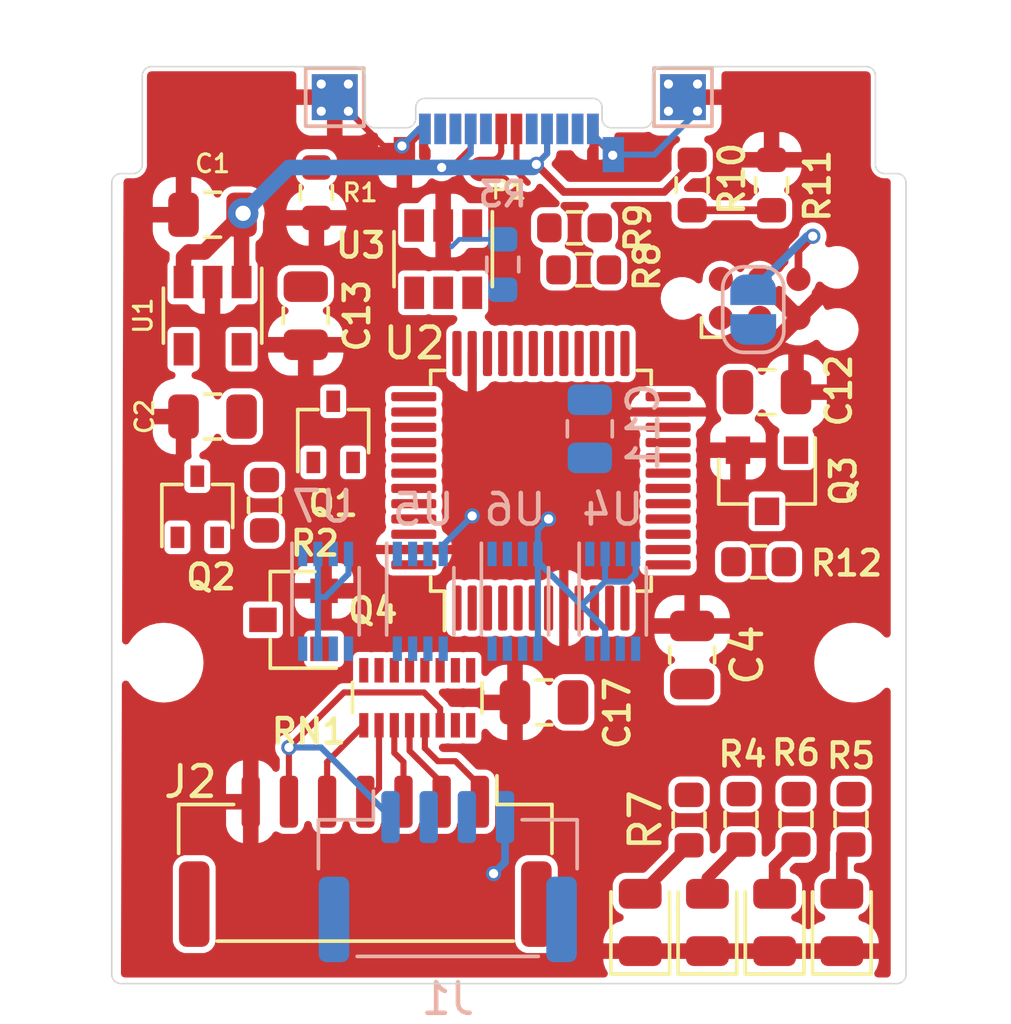
<source format=kicad_pcb>
(kicad_pcb (version 20210824) (generator pcbnew)
  (title_block (title "BMP 2.1 Expansion Card") (rev "X1") (company "Churrosoft") (comment 1 "This work is licensed under a Creative Commons Attribution 4.0 International License") (comment 4 "template by: Framework https://frame.work"))
  (layers (0 "F.Cu" signal) (1 "In1.Cu" signal) (2 "In2.Cu" signal) (31 "B.Cu" signal) (34 "B.Paste" user) (35 "F.Paste" user) (36 "B.SilkS" user "B.Silkscreen") (37 "F.SilkS" user "F.Silkscreen") (38 "B.Mask" user) (39 "F.Mask" user) (44 "Edge.Cuts" user))
  (net 0 "")
  (net 1 "GND")
  (net 2 "+3V3")
  (net 3 "VBUS")
  (net 4 "Net-(P1-PadA5)")
  (net 5 "Net-(LED1-Pad2)")
  (net 6 "Net-(LED2-Pad2)")
  (net 7 "Net-(LED3-Pad2)")
  (net 8 "Net-(LED4-Pad2)")
  (net 9 "/USB_DP")
  (net 10 "/USB_DN")
  (net 12 "Net-(RN1-Pad8)")
  (net 13 "Net-(Q1-Pad2)")
  (net 14 "Net-(RN1-Pad7)")
  (net 15 "/PWR_BR")
  (net 16 "/LED2")
  (net 17 "/LED3")
  (net 18 "/LED4")
  (net 19 "/xTXD")
  (net 20 "/xRXD")
  (net 21 "/xTPWR")
  (net 22 "/xRST")
  (net 23 "/xTDI")
  (net 24 "/xTDO")
  (net 25 "/xTCK")
  (net 26 "/xTMS")
  (net 50 "/USBX1+")
  (net 53 "Net-(U2-Pad29)")
  (net 54 "/USBX1-")
  (net 63 "/TPWR")
  (net 64 "+5V")
  (net 65 "/USB-")
  (net 66 "/USB+")
  (net 67 "Net-(U2-Pad7)")
  (net 68 "/_VBUS")
  (net 69 "/iTXD")
  (net 70 "/iTCK")
  (net 71 "/iTDI")
  (net 72 "/iTDO")
  (net 73 "/iRXD")
  (net 74 "/iTMS")
  (net 75 "/iTMS_DIR")
  (net 76 "Net-(RN1-Pad5)")
  (net 77 "Net-(RN1-Pad4)")
  (net 78 "Net-(RN1-Pad3)")
  (net 79 "Net-(RN1-Pad2)")
  (net 80 "Net-(RN1-Pad1)")
  (net 81 "/SYS_SWO")
  (net 82 "/SYS_SWCLK")
  (net 83 "/NRST")
  (net 84 "/SYS_SWDIO")
  (net 85 "/iRST")
  (net 86 "Net-(Q3-Pad3)")
  (net 87 "/iRST_SENSE")
  (footprint "Package_TO_SOT_SMD:SOT-23-5" (layer "F.Cu") (at 130.3 135.148 -90)
    (fp_text reference "U1" (at 0 2.275 -90) (layer "F.SilkS") (effects (font (size 0.5842 0.5842) (thickness 0.1016))))
    (fp_text value "AP2112K-3.3")
    (pad "1" smd rect locked (at -1.1 -0.95 270) (size 1.06 0.65) (layers "F.Cu" "F.Paste" "F.Mask") (net 3 "VBUS"))
    (pad "2" smd rect locked (at -1.1 0 270) (size 1.06 0.65) (layers "F.Cu" "F.Paste" "F.Mask") (net 1 "GND"))
    (pad "3" smd rect locked (at -1.1 0.95 270) (size 1.06 0.65) (layers "F.Cu" "F.Paste" "F.Mask") (net 3 "VBUS"))
    (pad "4" smd rect locked (at 1.1 0.95 270) (size 1.06 0.65) (layers "F.Cu" "F.Paste" "F.Mask"))
    (pad "5" smd rect locked (at 1.1 -0.95 270) (size 1.06 0.65) (layers "F.Cu" "F.Paste" "F.Mask") (net 2 "+3V3"))
  )
  (footprint "Capacitor_SMD:C_0805_2012Metric" (layer "F.Cu") (at 130.3 131.846 180)
    (fp_text reference "C1" (at 0 1.671) (layer "F.SilkS") (effects (font (size 0.5842 0.5842) (thickness 0.1016))))
    (fp_text value "10uF")
    (pad "1" smd roundrect locked (at -0.95 0 180) (size 1 1.45) (layers "F.Cu" "F.Paste" "F.Mask") (net 3 "VBUS"))
    (pad "2" smd roundrect locked (at 0.95 0 180) (size 1 1.45) (layers "F.Cu" "F.Paste" "F.Mask") (net 1 "GND"))
  )
  (footprint "Resistor_SMD:R_0603_1608Metric" (layer "F.Cu") (at 133.7 131.125 -90)
    (fp_text reference "R1" (at 0 -1.43 180) (layer "F.SilkS") (effects (font (size 0.5842 0.5842) (thickness 0.1016))))
    (fp_text value "5.1k")
    (pad "1" smd roundrect locked (at -0.825 0 270) (size 0.8 0.95) (layers "F.Cu" "F.Paste" "F.Mask") (net 4 "Net-(P1-PadA5)"))
    (pad "2" smd roundrect locked (at 0.825 0 270) (size 0.8 0.95) (layers "F.Cu" "F.Paste" "F.Mask") (net 1 "GND"))
  )
  (footprint "Expansion_Card:USB_C_Plug_Molex_105444" (layer "F.Cu") (at 140 129)
    (fp_text reference "P1" (at 0 2.04) (layer "F.SilkS") (effects (font (size 0.5842 0.5842) (thickness 0.1016))))
    (fp_text value "USB_C_Plug_USB2.0")
    (fp_line (start -3.35 0) (end -4.3 0) (layer "Edge.Cuts") (width 0.05))
    (fp_line (start 3.35 0) (end 4.3 0) (layer "Edge.Cuts") (width 0.05))
    (fp_line (start -2.75 -0.96) (end 2.75 -0.96) (layer "Edge.Cuts") (width 0.05))
    (fp_line (start -3.05 -0.66) (end -3.05 -0.3) (layer "Edge.Cuts") (width 0.05))
    (fp_line (start 3.05 -0.66) (end 3.05 -0.3) (layer "Edge.Cuts") (width 0.05))
    (fp_arc (start 2.75 -0.66) (end 2.75 -0.96) (angle 90) (layer "Edge.Cuts") (width 0.05))
    (fp_arc (start -3.35 -0.3) (end -3.05 -0.3) (angle 90) (layer "Edge.Cuts") (width 0.05))
    (fp_arc (start 3.35 -0.3) (end 3.35 0) (angle 90) (layer "Edge.Cuts") (width 0.05))
    (fp_arc (start -2.75 -0.66) (end -3.05 -0.66) (angle 90) (layer "Edge.Cuts") (width 0.05))
    (pad "A1" smd rect locked (at -2.75 0.04) (size 0.38 1) (layers "F.Cu" "F.Paste" "F.Mask") (net 1 "GND"))
    (pad "A2" smd rect locked (at -2.25 0.04) (size 0.38 1) (layers "F.Cu" "F.Paste" "F.Mask"))
    (pad "A3" smd rect locked (at -1.75 0.04) (size 0.38 1) (layers "F.Cu" "F.Paste" "F.Mask"))
    (pad "A4" smd rect locked (at -1.25 0.04) (size 0.38 1) (layers "F.Cu" "F.Paste" "F.Mask") (net 3 "VBUS"))
    (pad "A5" smd rect locked (at -0.75 0.04) (size 0.38 1) (layers "F.Cu" "F.Paste" "F.Mask") (net 4 "Net-(P1-PadA5)"))
    (pad "A6" smd rect locked (at -0.25 0.04) (size 0.38 1) (layers "F.Cu" "F.Paste" "F.Mask") (net 9 "/USB_DP"))
    (pad "A7" smd rect locked (at 0.25 0.04) (size 0.38 1) (layers "F.Cu" "F.Paste" "F.Mask") (net 10 "/USB_DN"))
    (pad "A8" smd rect locked (at 0.75 0.04) (size 0.38 1) (layers "F.Cu" "F.Paste" "F.Mask"))
    (pad "A9" smd rect locked (at 1.25 0.04) (size 0.38 1) (layers "F.Cu" "F.Paste" "F.Mask") (net 3 "VBUS"))
    (pad "A10" smd rect locked (at 1.75 0.04) (size 0.38 1) (layers "F.Cu" "F.Paste" "F.Mask"))
    (pad "A11" smd rect locked (at 2.25 0.04) (size 0.38 1) (layers "F.Cu" "F.Paste" "F.Mask"))
    (pad "A12" smd rect locked (at 2.75 0.04) (size 0.38 1) (layers "F.Cu" "F.Paste" "F.Mask") (net 1 "GND"))
    (pad "B1" smd rect locked (at 2.75 0.04) (size 0.38 1) (layers "B.Cu" "B.Paste" "B.Mask") (net 1 "GND"))
    (pad "B2" smd rect locked (at 2.25 0.04) (size 0.38 1) (layers "B.Cu" "B.Paste" "B.Mask"))
    (pad "B3" smd rect locked (at 1.75 0.04) (size 0.38 1) (layers "B.Cu" "B.Paste" "B.Mask"))
    (pad "B4" smd rect locked (at 1.25 0.04) (size 0.38 1) (layers "B.Cu" "B.Paste" "B.Mask") (net 3 "VBUS"))
    (pad "B5" smd rect locked (at 0.75 0.04) (size 0.38 1) (layers "B.Cu" "B.Paste" "B.Mask"))
    (pad "B8" smd rect locked (at -0.75 0.04) (size 0.38 1) (layers "B.Cu" "B.Paste" "B.Mask"))
    (pad "B9" smd rect locked (at -1.25 0.04) (size 0.38 1) (layers "B.Cu" "B.Paste" "B.Mask") (net 3 "VBUS"))
    (pad "B10" smd rect locked (at -1.75 0.04) (size 0.38 1) (layers "B.Cu" "B.Paste" "B.Mask"))
    (pad "B11" smd rect locked (at -2.25 0.04) (size 0.38 1) (layers "B.Cu" "B.Paste" "B.Mask"))
    (pad "B12" smd rect locked (at -2.75 0.04) (size 0.38 1) (layers "B.Cu" "B.Paste" "B.Mask") (net 1 "GND"))
    (pad "S1" smd rect locked (at -3.42 0.88) (size 0.7 1.15) (layers "F.Cu" "F.Paste" "F.Mask") (net 1 "GND"))
    (pad "S1" smd rect locked (at 3.42 0.88) (size 0.7 1.15) (layers "B.Cu" "B.Paste" "B.Mask") (net 1 "GND"))
  )
  (footprint "Capacitor_SMD:C_0805_2012Metric" (layer "F.Cu") (at 130.3 138.45 180)
    (fp_text reference "C2" (at 2.225 0 90) (layer "F.SilkS") (effects (font (size 0.5842 0.5842) (thickness 0.1016))))
    (fp_text value "10uF")
    (pad "1" smd roundrect locked (at -0.95 0 180) (size 1 1.45) (layers "F.Cu" "F.Paste" "F.Mask") (net 2 "+3V3"))
    (pad "2" smd roundrect locked (at 0.95 0 180) (size 1 1.45) (layers "F.Cu" "F.Paste" "F.Mask") (net 1 "GND"))
  )
  (footprint "MountingHole:MountingHole_2.2mm_M2" (layer "F.Cu") (at 128.7 146.5)
    (fp_text reference "H1" hide)
    (fp_text value "MountingHole")
    (pad "" np_thru_hole circle locked (at 0 0) (size 2.2 2.2) (drill 2.2) (layers *.Cu *.Mask))
  )
  (footprint "MountingHole:MountingHole_2.2mm_M2" (layer "F.Cu") (at 151.3 146.5)
    (fp_text reference "H2" hide)
    (fp_text value "MountingHole")
    (pad "" np_thru_hole circle locked (at 0 0) (size 2.2 2.2) (drill 2.2) (layers *.Cu *.Mask))
  )
  (footprint "TestPoint:TestPoint_Pad_1.5x1.5mm" (layer "F.Cu") (at 134.3 128)
    (fp_text reference "TP1" hide)
    (fp_text value "TestPoint")
    (pad "1" smd rect locked (at 0 0) (size 1.5 1.5) (layers "F.Cu" "F.Mask") (net 1 "GND"))
  )
  (footprint "TestPoint:TestPoint_Pad_1.5x1.5mm" (layer "F.Cu") (at 145.7 128)
    (fp_text reference "TP3" hide)
    (fp_text value "TestPoint")
    (pad "1" smd rect locked (at 0 0) (size 1.5 1.5) (layers "F.Cu" "F.Mask") (net 1 "GND"))
  )
  (footprint "Resistor_SMD:R_0603_1608Metric" (layer "F.Cu") (at 147.6 151.625 90)
    (fp_text reference "R4" (at 2.125 0.05 180) (layer "F.SilkS") (effects (font (size 0.8 0.8))))
    (fp_text value "4.7k")
    (pad "1" smd roundrect locked (at -0.825 0 90) (size 0.8 0.95) (layers "F.Cu" "F.Paste" "F.Mask") (net 5 "Net-(LED1-Pad2)"))
    (pad "2" smd roundrect locked (at 0.825 0 90) (size 0.8 0.95) (layers "F.Cu" "F.Paste" "F.Mask") (net 2 "+3V3"))
  )
  (footprint "Resistor_SMD:R_0603_1608Metric" (layer "F.Cu") (at 142.15 132.275)
    (fp_text reference "R9" (at 2.075 0 90) (layer "F.SilkS") (effects (font (size 0.8 0.8))))
    (fp_text value "22R")
    (pad "1" smd roundrect locked (at -0.825 0) (size 0.8 0.95) (layers "F.Cu" "F.Paste" "F.Mask") (net 50 "/USBX1+"))
    (pad "2" smd roundrect locked (at 0.825 0) (size 0.8 0.95) (layers "F.Cu" "F.Paste" "F.Mask") (net 66 "/USB+"))
  )
  (footprint "Capacitor_SMD:C_0805_2012Metric" (layer "F.Cu") (at 133.35 135.15 -90)
    (fp_text reference "C13" (at 0 -1.68 90) (layer "F.SilkS") (effects (font (size 0.8 0.8))))
    (fp_text value "100nF")
    (pad "1" smd roundrect locked (at -0.95 0 270) (size 1 1.45) (layers "F.Cu" "F.Paste" "F.Mask") (net 2 "+3V3"))
    (pad "2" smd roundrect locked (at 0.95 0 270) (size 1 1.45) (layers "F.Cu" "F.Paste" "F.Mask") (net 1 "GND"))
  )
  (footprint "Resistor_SMD:R_0603_1608Metric" (layer "F.Cu") (at 148.6 130.875 90)
    (fp_text reference "R11" (at -0.025 1.5 270) (layer "F.SilkS") (effects (font (size 0.8 0.8))))
    (fp_text value "10k 1% 1/10W")
    (pad "1" smd roundrect locked (at -0.825 0 90) (size 0.8 0.95) (layers "F.Cu" "F.Paste" "F.Mask") (net 68 "/_VBUS"))
    (pad "2" smd roundrect locked (at 0.825 0 90) (size 0.8 0.95) (layers "F.Cu" "F.Paste" "F.Mask") (net 1 "GND"))
  )
  (footprint "Package_TO_SOT_SMD:SOT-23" (layer "F.Cu") (at 132.95 145.1 180)
    (fp_text reference "Q4" (at -2.6 0.3) (layer "F.SilkS") (effects (font (size 0.8 0.8))))
    (fp_text value "BSS123")
    (pad "1" smd rect locked (at -1 -0.95 180) (size 0.9 0.8) (layers "F.Cu" "F.Paste" "F.Mask") (net 22 "/xRST"))
    (pad "2" smd rect locked (at -1 0.95 180) (size 0.9 0.8) (layers "F.Cu" "F.Paste" "F.Mask") (net 1 "GND"))
    (pad "3" smd rect locked (at 1 0 180) (size 0.9 0.8) (layers "F.Cu" "F.Paste" "F.Mask") (net 87 "/iRST_SENSE"))
  )
  (footprint "Connector:Tag-Connect_TC2030-IDC-NL_2x03_P1.27mm_Vertical" (layer "F.Cu") (at 148.21 134.584)
    (fp_text reference "J3" hide)
    (fp_text value "Tag connect")
    (pad "" np_thru_hole circle locked (at -2.54 0) (size 0.9906 0.9906) (drill 0.9906) (layers *.Cu *.Mask))
    (pad "" np_thru_hole circle locked (at 2.54 1.016) (size 0.9906 0.9906) (drill 0.9906) (layers *.Cu *.Mask))
    (pad "" np_thru_hole circle locked (at 2.54 -1.016) (size 0.9906 0.9906) (drill 0.9906) (layers *.Cu *.Mask))
    (pad "1" connect circle locked (at -1.27 0.635) (size 0.7874 0.7874) (layers "F.Cu" "F.Mask") (net 2 "+3V3"))
    (pad "2" connect circle locked (at -1.27 -0.635) (size 0.7874 0.7874) (layers "F.Cu" "F.Mask") (net 84 "/SYS_SWDIO"))
    (pad "3" connect circle locked (at 0 0.635) (size 0.7874 0.7874) (layers "F.Cu" "F.Mask") (net 83 "/NRST"))
    (pad "4" connect circle locked (at 0 -0.635) (size 0.7874 0.7874) (layers "F.Cu" "F.Mask") (net 82 "/SYS_SWCLK"))
    (pad "5" connect circle locked (at 1.27 0.635) (size 0.7874 0.7874) (layers "F.Cu" "F.Mask") (net 1 "GND"))
    (pad "6" connect circle locked (at 1.27 -0.635) (size 0.7874 0.7874) (layers "F.Cu" "F.Mask") (net 81 "/SYS_SWO"))
  )
  (footprint "Resistor_SMD:R_0603_1608Metric" (layer "F.Cu") (at 142.45 133.65)
    (fp_text reference "R8" (at 2.075 -0.1 90) (layer "F.SilkS") (effects (font (size 0.8 0.8))))
    (fp_text value "22R")
    (pad "1" smd roundrect locked (at -0.825 0) (size 0.8 0.95) (layers "F.Cu" "F.Paste" "F.Mask") (net 54 "/USBX1-"))
    (pad "2" smd roundrect locked (at 0.825 0) (size 0.8 0.95) (layers "F.Cu" "F.Paste" "F.Mask") (net 65 "/USB-"))
  )
  (footprint "Connector_JST:JST_GH_BM07B-GHS-TBT_1x07-1MP_P1.25mm_Vertical" (layer "F.Cu") (at 135.3 153 180)
    (fp_text reference "J2" (at 5.725 2.6 180) (layer "F.SilkS"))
    (fp_text value "Conn_02x05_Counter_Clockwise")
    (pad "1" smd roundrect locked (at -3.75 1.95 180) (size 0.6 1.7) (layers "F.Cu" "F.Paste" "F.Mask") (net 76 "Net-(RN1-Pad5)"))
    (pad "2" smd roundrect locked (at -2.5 1.95 180) (size 0.6 1.7) (layers "F.Cu" "F.Paste" "F.Mask") (net 77 "Net-(RN1-Pad4)"))
    (pad "3" smd roundrect locked (at -1.25 1.95 180) (size 0.6 1.7) (layers "F.Cu" "F.Paste" "F.Mask") (net 78 "Net-(RN1-Pad3)"))
    (pad "4" smd roundrect locked (at 0 1.95 180) (size 0.6 1.7) (layers "F.Cu" "F.Paste" "F.Mask") (net 79 "Net-(RN1-Pad2)"))
    (pad "5" smd roundrect locked (at 1.25 1.95 180) (size 0.6 1.7) (layers "F.Cu" "F.Paste" "F.Mask") (net 80 "Net-(RN1-Pad1)"))
    (pad "6" smd roundrect locked (at 2.5 1.95 180) (size 0.6 1.7) (layers "F.Cu" "F.Paste" "F.Mask") (net 63 "/TPWR"))
    (pad "7" smd roundrect locked (at 3.75 1.95 180) (size 0.6 1.7) (layers "F.Cu" "F.Paste" "F.Mask") (net 1 "GND"))
    (pad "MP" smd roundrect locked (at -5.6 -1.4 180) (size 1 2.8) (layers "F.Cu" "F.Paste" "F.Mask"))
    (pad "MP" smd roundrect locked (at 5.6 -1.4 180) (size 1 2.8) (layers "F.Cu" "F.Paste" "F.Mask"))
  )
  (footprint "Resistor_SMD:R_0603_1608Metric" (layer "F.Cu") (at 146 130.875 -90)
    (fp_text reference "R10" (at -0.2 -1.3 90) (layer "F.SilkS") (effects (font (size 0.8 0.8))))
    (fp_text value "4.7k 1% 1/10W")
    (pad "1" smd roundrect locked (at -0.825 0 270) (size 0.8 0.95) (layers "F.Cu" "F.Paste" "F.Mask") (net 3 "VBUS"))
    (pad "2" smd roundrect locked (at 0.825 0 270) (size 0.8 0.95) (layers "F.Cu" "F.Paste" "F.Mask") (net 68 "/_VBUS"))
  )
  (footprint "LED_SMD:LED_0805_2012Metric" (layer "F.Cu") (at 146.5 155 90)
    (fp_text reference "LED1" hide)
    (fp_text value "GREEN")
    (pad "1" smd roundrect locked (at -0.9375 0 90) (size 0.975 1.4) (layers "F.Cu" "F.Paste" "F.Mask") (net 1 "GND"))
    (pad "2" smd roundrect locked (at 0.9375 0 90) (size 0.975 1.4) (layers "F.Cu" "F.Paste" "F.Mask") (net 5 "Net-(LED1-Pad2)"))
  )
  (footprint "Resistor_SMD:R_Array_Convex_8x0602" (layer "F.Cu") (at 137 147.65 90)
    (fp_text reference "RN1" (at -1.1 -3.55) (layer "F.SilkS") (effects (font (size 0.8 0.8))))
    (fp_text value "R_Pack08")
    (pad "1" smd rect locked (at -0.9 -1.75 90) (size 0.8 0.3) (layers "F.Cu" "F.Paste" "F.Mask") (net 80 "Net-(RN1-Pad1)"))
    (pad "2" smd rect locked (at -0.9 -1.25 90) (size 0.8 0.3) (layers "F.Cu" "F.Paste" "F.Mask") (net 79 "Net-(RN1-Pad2)"))
    (pad "3" smd rect locked (at -0.9 -0.75 90) (size 0.8 0.3) (layers "F.Cu" "F.Paste" "F.Mask") (net 78 "Net-(RN1-Pad3)"))
    (pad "4" smd rect locked (at -0.9 -0.25 90) (size 0.8 0.3) (layers "F.Cu" "F.Paste" "F.Mask") (net 77 "Net-(RN1-Pad4)"))
    (pad "5" smd rect locked (at -0.9 0.25 90) (size 0.8 0.3) (layers "F.Cu" "F.Paste" "F.Mask") (net 76 "Net-(RN1-Pad5)"))
    (pad "6" smd rect locked (at -0.9 0.75 90) (size 0.8 0.3) (layers "F.Cu" "F.Paste" "F.Mask") (net 63 "/TPWR"))
    (pad "7" smd rect locked (at -0.9 1.25 90) (size 0.8 0.3) (layers "F.Cu" "F.Paste" "F.Mask") (net 14 "Net-(RN1-Pad7)"))
    (pad "8" smd rect locked (at -0.9 1.75 90) (size 0.8 0.3) (layers "F.Cu" "F.Paste" "F.Mask") (net 12 "Net-(RN1-Pad8)"))
    (pad "9" smd rect locked (at 0.9 1.75 90) (size 0.8 0.3) (layers "F.Cu" "F.Paste" "F.Mask") (net 19 "/xTXD"))
    (pad "10" smd rect locked (at 0.9 1.25 90) (size 0.8 0.3) (layers "F.Cu" "F.Paste" "F.Mask") (net 20 "/xRXD"))
    (pad "11" smd rect locked (at 0.9 0.75 90) (size 0.8 0.3) (layers "F.Cu" "F.Paste" "F.Mask") (net 21 "/xTPWR"))
    (pad "12" smd rect locked (at 0.9 0.25 90) (size 0.8 0.3) (layers "F.Cu" "F.Paste" "F.Mask") (net 22 "/xRST"))
    (pad "13" smd rect locked (at 0.9 -0.25 90) (size 0.8 0.3) (layers "F.Cu" "F.Paste" "F.Mask") (net 23 "/xTDI"))
    (pad "14" smd rect locked (at 0.9 -0.75 90) (size 0.8 0.3) (layers "F.Cu" "F.Paste" "F.Mask") (net 24 "/xTDO"))
    (pad "15" smd rect locked (at 0.9 -1.25 90) (size 0.8 0.3) (layers "F.Cu" "F.Paste" "F.Mask") (net 25 "/xTCK"))
    (pad "16" smd rect locked (at 0.9 -1.75 90) (size 0.8 0.3) (layers "F.Cu" "F.Paste" "F.Mask") (net 26 "/xTMS"))
  )
  (footprint "Resistor_SMD:R_0603_1608Metric" (layer "F.Cu") (at 132 141.35 -90)
    (fp_text reference "R2" (at 1.25 -1.65 180) (layer "F.SilkS") (effects (font (size 0.8 0.8))))
    (fp_text value "10k 1% 1/10W")
    (pad "1" smd roundrect locked (at -0.825 0 270) (size 0.8 0.95) (layers "F.Cu" "F.Paste" "F.Mask") (net 13 "Net-(Q1-Pad2)"))
    (pad "2" smd roundrect locked (at 0.825 0 270) (size 0.8 0.95) (layers "F.Cu" "F.Paste" "F.Mask") (net 15 "/PWR_BR"))
  )
  (footprint "Resistor_SMD:R_0603_1608Metric" (layer "F.Cu") (at 151.2 151.625 90)
    (fp_text reference "R5" (at 2.075 0 180) (layer "F.SilkS") (effects (font (size 0.8 0.8))))
    (fp_text value "4.7k")
    (pad "1" smd roundrect locked (at -0.825 0 90) (size 0.8 0.95) (layers "F.Cu" "F.Paste" "F.Mask") (net 6 "Net-(LED2-Pad2)"))
    (pad "2" smd roundrect locked (at 0.825 0 90) (size 0.8 0.95) (layers "F.Cu" "F.Paste" "F.Mask") (net 16 "/LED2"))
  )
  (footprint "Package_TO_SOT_SMD:SOT-23-6" (layer "F.Cu") (at 137.85 133.3 -90)
    (fp_text reference "U3" (at -0.45 2.7) (layer "F.SilkS") (effects (font (size 0.8 0.8))))
    (fp_text value "USBLC6-2SC6")
    (pad "1" smd rect locked (at -1.1 -0.95 270) (size 1.06 0.65) (layers "F.Cu" "F.Paste" "F.Mask") (net 10 "/USB_DN"))
    (pad "2" smd rect locked (at -1.1 0 270) (size 1.06 0.65) (layers "F.Cu" "F.Paste" "F.Mask") (net 1 "GND"))
    (pad "3" smd rect locked (at -1.1 0.95 270) (size 1.06 0.65) (layers "F.Cu" "F.Paste" "F.Mask") (net 9 "/USB_DP"))
    (pad "4" smd rect locked (at 1.1 0.95 270) (size 1.06 0.65) (layers "F.Cu" "F.Paste" "F.Mask") (net 50 "/USBX1+"))
    (pad "5" smd rect locked (at 1.1 0 270) (size 1.06 0.65) (layers "F.Cu" "F.Paste" "F.Mask") (net 64 "+5V"))
    (pad "6" smd rect locked (at 1.1 -0.95 270) (size 1.06 0.65) (layers "F.Cu" "F.Paste" "F.Mask") (net 54 "/USBX1-"))
  )
  (footprint "Package_QFP:LQFP-48_7x7mm_P0.5mm" (layer "F.Cu") (at 141.05 140.55 90)
    (fp_text reference "U2" (at 4.5 -4.15 180) (layer "F.SilkS"))
    (fp_text value "STM32F103C8Tx")
    (pad "1" smd roundrect locked (at -4.1625 -2.75 90) (size 1.475 0.3) (layers "F.Cu" "F.Paste" "F.Mask") (net 2 "+3V3"))
    (pad "2" smd roundrect locked (at -4.1625 -2.25 90) (size 1.475 0.3) (layers "F.Cu" "F.Paste" "F.Mask"))
    (pad "3" smd roundrect locked (at -4.1625 -1.75 90) (size 1.475 0.3) (layers "F.Cu" "F.Paste" "F.Mask"))
    (pad "4" smd roundrect locked (at -4.1625 -1.25 90) (size 1.475 0.3) (layers "F.Cu" "F.Paste" "F.Mask"))
    (pad "5" smd roundrect locked (at -4.1625 -0.75 90) (size 1.475 0.3) (layers "F.Cu" "F.Paste" "F.Mask"))
    (pad "6" smd roundrect locked (at -4.1625 -0.25 90) (size 1.475 0.3) (layers "F.Cu" "F.Paste" "F.Mask"))
    (pad "7" smd roundrect locked (at -4.1625 0.25 90) (size 1.475 0.3) (layers "F.Cu" "F.Paste" "F.Mask") (net 67 "Net-(U2-Pad7)"))
    (pad "8" smd roundrect locked (at -4.1625 0.75 90) (size 1.475 0.3) (layers "F.Cu" "F.Paste" "F.Mask") (net 1 "GND"))
    (pad "9" smd roundrect locked (at -4.1625 1.25 90) (size 1.475 0.3) (layers "F.Cu" "F.Paste" "F.Mask") (net 2 "+3V3"))
    (pad "10" smd roundrect locked (at -4.1625 1.75 90) (size 1.475 0.3) (layers "F.Cu" "F.Paste" "F.Mask"))
    (pad "11" smd roundrect locked (at -4.1625 2.25 90) (size 1.475 0.3) (layers "F.Cu" "F.Paste" "F.Mask"))
    (pad "12" smd roundrect locked (at -4.1625 2.75 90) (size 1.475 0.3) (layers "F.Cu" "F.Paste" "F.Mask"))
    (pad "13" smd roundrect locked (at -2.75 4.1625 90) (size 0.3 1.475) (layers "F.Cu" "F.Paste" "F.Mask"))
    (pad "14" smd roundrect locked (at -2.25 4.1625 90) (size 0.3 1.475) (layers "F.Cu" "F.Paste" "F.Mask"))
    (pad "15" smd roundrect locked (at -1.75 4.1625 90) (size 0.3 1.475) (layers "F.Cu" "F.Paste" "F.Mask"))
    (pad "16" smd roundrect locked (at -1.25 4.1625 90) (size 0.3 1.475) (layers "F.Cu" "F.Paste" "F.Mask"))
    (pad "17" smd roundrect locked (at -0.75 4.1625 90) (size 0.3 1.475) (layers "F.Cu" "F.Paste" "F.Mask"))
    (pad "18" smd roundrect locked (at -0.25 4.1625 90) (size 0.3 1.475) (layers "F.Cu" "F.Paste" "F.Mask"))
    (pad "19" smd roundrect locked (at 0.25 4.1625 90) (size 0.3 1.475) (layers "F.Cu" "F.Paste" "F.Mask"))
    (pad "20" smd roundrect locked (at 0.75 4.1625 90) (size 0.3 1.475) (layers "F.Cu" "F.Paste" "F.Mask"))
    (pad "21" smd roundrect locked (at 1.25 4.1625 90) (size 0.3 1.475) (layers "F.Cu" "F.Paste" "F.Mask"))
    (pad "22" smd roundrect locked (at 1.75 4.1625 90) (size 0.3 1.475) (layers "F.Cu" "F.Paste" "F.Mask"))
    (pad "23" smd roundrect locked (at 2.25 4.1625 90) (size 0.3 1.475) (layers "F.Cu" "F.Paste" "F.Mask") (net 1 "GND"))
    (pad "24" smd roundrect locked (at 2.75 4.1625 90) (size 0.3 1.475) (layers "F.Cu" "F.Paste" "F.Mask") (net 2 "+3V3"))
    (pad "25" smd roundrect locked (at 4.1625 2.75 90) (size 1.475 0.3) (layers "F.Cu" "F.Paste" "F.Mask"))
    (pad "26" smd roundrect locked (at 4.1625 2.25 90) (size 1.475 0.3) (layers "F.Cu" "F.Paste" "F.Mask"))
    (pad "27" smd roundrect locked (at 4.1625 1.75 90) (size 1.475 0.3) (layers "F.Cu" "F.Paste" "F.Mask"))
    (pad "28" smd roundrect locked (at 4.1625 1.25 90) (size 1.475 0.3) (layers "F.Cu" "F.Paste" "F.Mask"))
    (pad "29" smd roundrect locked (at 4.1625 0.75 90) (size 1.475 0.3) (layers "F.Cu" "F.Paste" "F.Mask") (net 53 "Net-(U2-Pad29)"))
    (pad "30" smd roundrect locked (at 4.1625 0.25 90) (size 1.475 0.3) (layers "F.Cu" "F.Paste" "F.Mask"))
    (pad "31" smd roundrect locked (at 4.1625 -0.25 90) (size 1.475 0.3) (layers "F.Cu" "F.Paste" "F.Mask"))
    (pad "32" smd roundrect locked (at 4.1625 -0.75 90) (size 1.475 0.3) (layers "F.Cu" "F.Paste" "F.Mask") (net 65 "/USB-"))
    (pad "33" smd roundrect locked (at 4.1625 -1.25 90) (size 1.475 0.3) (layers "F.Cu" "F.Paste" "F.Mask") (net 66 "/USB+"))
    (pad "34" smd roundrect locked (at 4.1625 -1.75 90) (size 1.475 0.3) (layers "F.Cu" "F.Paste" "F.Mask") (net 84 "/SYS_SWDIO"))
    (pad "35" smd roundrect locked (at 4.1625 -2.25 90) (size 1.475 0.3) (layers "F.Cu" "F.Paste" "F.Mask") (net 1 "GND"))
    (pad "36" smd roundrect locked (at 4.1625 -2.75 90) (size 1.475 0.3) (layers "F.Cu" "F.Paste" "F.Mask") (net 2 "+3V3"))
    (pad "37" smd roundrect locked (at 2.75 -4.1625 90) (size 0.3 1.475) (layers "F.Cu" "F.Paste" "F.Mask") (net 82 "/SYS_SWCLK"))
    (pad "38" smd roundrect locked (at 2.25 -4.1625 90) (size 0.3 1.475) (layers "F.Cu" "F.Paste" "F.Mask"))
    (pad "39" smd roundrect locked (at 1.75 -4.1625 90) (size 0.3 1.475) (layers "F.Cu" "F.Paste" "F.Mask"))
    (pad "40" smd roundrect locked (at 1.25 -4.1625 90) (size 0.3 1.475) (layers "F.Cu" "F.Paste" "F.Mask"))
    (pad "41" smd roundrect locked (at 0.75 -4.1625 90) (size 0.3 1.475) (layers "F.Cu" "F.Paste" "F.Mask"))
    (pad "42" smd roundrect locked (at 0.25 -4.1625 90) (size 0.3 1.475) (layers "F.Cu" "F.Paste" "F.Mask"))
    (pad "43" smd roundrect locked (at -0.25 -4.1625 90) (size 0.3 1.475) (layers "F.Cu" "F.Paste" "F.Mask") (net 81 "/SYS_SWO"))
    (pad "44" smd roundrect locked (at -0.75 -4.1625 90) (size 0.3 1.475) (layers "F.Cu" "F.Paste" "F.Mask"))
    (pad "45" smd roundrect locked (at -1.25 -4.1625 90) (size 0.3 1.475) (layers "F.Cu" "F.Paste" "F.Mask"))
    (pad "46" smd roundrect locked (at -1.75 -4.1625 90) (size 0.3 1.475) (layers "F.Cu" "F.Paste" "F.Mask"))
    (pad "47" smd roundrect locked (at -2.25 -4.1625 90) (size 0.3 1.475) (layers "F.Cu" "F.Paste" "F.Mask") (net 1 "GND"))
    (pad "48" smd roundrect locked (at -2.75 -4.1625 90) (size 0.3 1.475) (layers "F.Cu" "F.Paste" "F.Mask") (net 2 "+3V3"))
  )
  (footprint "Resistor_SMD:R_0603_1608Metric" (layer "F.Cu") (at 149.4 151.625 90)
    (fp_text reference "R6" (at 2.175 0 180) (layer "F.SilkS") (effects (font (size 0.8 0.8))))
    (fp_text value "4.7k")
    (pad "1" smd roundrect locked (at -0.825 0 90) (size 0.8 0.95) (layers "F.Cu" "F.Paste" "F.Mask") (net 7 "Net-(LED3-Pad2)"))
    (pad "2" smd roundrect locked (at 0.825 0 90) (size 0.8 0.95) (layers "F.Cu" "F.Paste" "F.Mask") (net 17 "/LED3"))
  )
  (footprint "LED_SMD:LED_0805_2012Metric" (layer "F.Cu") (at 148.7 155 90)
    (fp_text reference "LED3" hide)
    (fp_text value "BLUE")
    (pad "1" smd roundrect locked (at -0.9375 0 90) (size 0.975 1.4) (layers "F.Cu" "F.Paste" "F.Mask") (net 1 "GND"))
    (pad "2" smd roundrect locked (at 0.9375 0 90) (size 0.975 1.4) (layers "F.Cu" "F.Paste" "F.Mask") (net 7 "Net-(LED3-Pad2)"))
  )
  (footprint "Capacitor_SMD:C_0805_2012Metric" (layer "F.Cu") (at 148.45 137.65)
    (fp_text reference "C12" (at 2.35 -0.05 90) (layer "F.SilkS") (effects (font (size 0.8 0.8))))
    (fp_text value "100nF")
    (pad "1" smd roundrect locked (at -0.95 0) (size 1 1.45) (layers "F.Cu" "F.Paste" "F.Mask") (net 2 "+3V3"))
    (pad "2" smd roundrect locked (at 0.95 0) (size 1 1.45) (layers "F.Cu" "F.Paste" "F.Mask") (net 1 "GND"))
  )
  (footprint "Resistor_SMD:R_0603_1608Metric" (layer "F.Cu") (at 145.9 151.65 90)
    (fp_text reference "R7" (at 0 -1.43 90) (layer "F.SilkS"))
    (fp_text value "4.7k")
    (pad "1" smd roundrect locked (at -0.825 0 90) (size 0.8 0.95) (layers "F.Cu" "F.Paste" "F.Mask") (net 8 "Net-(LED4-Pad2)"))
    (pad "2" smd roundrect locked (at 0.825 0 90) (size 0.8 0.95) (layers "F.Cu" "F.Paste" "F.Mask") (net 18 "/LED4"))
  )
  (footprint "Package_TO_SOT_SMD:SOT-23" (layer "F.Cu") (at 148.45 140.55 -90)
    (fp_text reference "Q3" (at 0 -2.5 90) (layer "F.SilkS") (effects (font (size 0.8 0.8))))
    (fp_text value "BSS123")
    (pad "1" smd rect locked (at -1 -0.95 270) (size 0.9 0.8) (layers "F.Cu" "F.Paste" "F.Mask") (net 85 "/iRST"))
    (pad "2" smd rect locked (at -1 0.95 270) (size 0.9 0.8) (layers "F.Cu" "F.Paste" "F.Mask") (net 1 "GND"))
    (pad "3" smd rect locked (at 1 0 270) (size 0.9 0.8) (layers "F.Cu" "F.Paste" "F.Mask") (net 86 "Net-(Q3-Pad3)"))
  )
  (footprint "Capacitor_SMD:C_0805_2012Metric" (layer "F.Cu") (at 146 146.25 90)
    (fp_text reference "C4" (at 0 1.8 90) (layer "F.SilkS"))
    (fp_text value "100nF")
    (pad "1" smd roundrect locked (at -0.95 0 90) (size 1 1.45) (layers "F.Cu" "F.Paste" "F.Mask") (net 21 "/xTPWR"))
    (pad "2" smd roundrect locked (at 0.95 0 90) (size 1 1.45) (layers "F.Cu" "F.Paste" "F.Mask") (net 1 "GND"))
  )
  (footprint "Capacitor_SMD:C_0805_2012Metric" (layer "F.Cu") (at 141.15 147.8)
    (fp_text reference "C17" (at 2.4 0.35 90) (layer "F.SilkS") (effects (font (size 0.8 0.8))))
    (fp_text value "100nF")
    (pad "1" smd roundrect locked (at -0.95 0) (size 1 1.45) (layers "F.Cu" "F.Paste" "F.Mask") (net 1 "GND"))
    (pad "2" smd roundrect locked (at 0.95 0) (size 1 1.45) (layers "F.Cu" "F.Paste" "F.Mask") (net 67 "Net-(U2-Pad7)"))
  )
  (footprint "Resistor_SMD:R_0603_1608Metric" (layer "F.Cu") (at 148.175 143.2 180)
    (fp_text reference "R12" (at -2.875 -0.05) (layer "F.SilkS") (effects (font (size 0.8 0.8))))
    (fp_text value "10k 1% 1/10W")
    (pad "1" smd roundrect locked (at -0.825 0 180) (size 0.8 0.95) (layers "F.Cu" "F.Paste" "F.Mask") (net 21 "/xTPWR"))
    (pad "2" smd roundrect locked (at 0.825 0 180) (size 0.8 0.95) (layers "F.Cu" "F.Paste" "F.Mask") (net 86 "Net-(Q3-Pad3)"))
  )
  (footprint "LED_SMD:LED_0805_2012Metric" (layer "F.Cu") (at 144.3 155 90)
    (fp_text reference "LED4" hide)
    (fp_text value "AMBER")
    (pad "1" smd roundrect locked (at -0.9375 0 90) (size 0.975 1.4) (layers "F.Cu" "F.Paste" "F.Mask") (net 1 "GND"))
    (pad "2" smd roundrect locked (at 0.9375 0 90) (size 0.975 1.4) (layers "F.Cu" "F.Paste" "F.Mask") (net 8 "Net-(LED4-Pad2)"))
  )
  (footprint "Package_TO_SOT_SMD:SOT-323_SC-70" (layer "F.Cu") (at 129.8 141.4 90)
    (fp_text reference "Q2" (at -2.3 0.45 180) (layer "F.SilkS") (effects (font (size 0.8 0.8))))
    (fp_text value "CJ3139KW / BSS83P")
    (pad "1" smd rect locked (at -1 -0.65) (size 0.45 0.7) (layers "F.Cu" "F.Paste" "F.Mask") (net 15 "/PWR_BR"))
    (pad "2" smd rect locked (at -1 0.65) (size 0.45 0.7) (layers "F.Cu" "F.Paste" "F.Mask") (net 63 "/TPWR"))
    (pad "3" smd rect locked (at 1 0) (size 0.45 0.7) (layers "F.Cu" "F.Paste" "F.Mask") (net 13 "Net-(Q1-Pad2)"))
  )
  (footprint "Package_TO_SOT_SMD:SOT-323_SC-70" (layer "F.Cu") (at 134.25 138.95 90)
    (fp_text reference "Q1" (at -2.35 0 180) (layer "F.SilkS") (effects (font (size 0.8 0.8))))
    (fp_text value "CJ3139KW / BSS83P")
    (pad "1" smd rect locked (at -1 -0.65) (size 0.45 0.7) (layers "F.Cu" "F.Paste" "F.Mask") (net 15 "/PWR_BR"))
    (pad "2" smd rect locked (at -1 0.65) (size 0.45 0.7) (layers "F.Cu" "F.Paste" "F.Mask") (net 13 "Net-(Q1-Pad2)"))
    (pad "3" smd rect locked (at 1 0) (size 0.45 0.7) (layers "F.Cu" "F.Paste" "F.Mask") (net 2 "+3V3"))
  )
  (footprint "LED_SMD:LED_0805_2012Metric" (layer "F.Cu") (at 150.9 155 90)
    (fp_text reference "LED2" hide)
    (fp_text value "RED")
    (pad "1" smd roundrect locked (at -0.9375 0 90) (size 0.975 1.4) (layers "F.Cu" "F.Paste" "F.Mask") (net 1 "GND"))
    (pad "2" smd roundrect locked (at 0.9375 0 90) (size 0.975 1.4) (layers "F.Cu" "F.Paste" "F.Mask") (net 6 "Net-(LED2-Pad2)"))
  )
  (footprint "TestPoint:TestPoint_Pad_1.5x1.5mm" (layer "B.Cu") (at 134.3 128)
    (fp_text reference "TP2" hide)
    (fp_text value "TestPoint")
    (pad "1" smd rect locked (at 0 0) (size 1.5 1.5) (layers "B.Cu" "B.Mask") (net 1 "GND"))
  )
  (footprint "TestPoint:TestPoint_Pad_1.5x1.5mm" (layer "B.Cu") (at 145.7 128)
    (fp_text reference "TP4" hide)
    (fp_text value "TestPoint")
    (pad "1" smd rect locked (at 0 0) (size 1.5 1.5) (layers "B.Cu" "B.Mask") (net 1 "GND"))
  )
  (footprint "Package_SO:VSSOP-8_2.3x2mm_P0.5mm" (layer "B.Cu") (at 137.1 144.493678 -90)
    (fp_text reference "U5" (at -3 -0.1 180) (layer "B.SilkS") (effects (justify mirror)))
    (fp_text value "74LVC2T45DC")
    (pad "1" smd rect locked (at -1.55 0.75) (size 0.3 0.8) (layers "B.Cu" "B.Paste" "B.Mask") (net 2 "+3V3"))
    (pad "2" smd rect locked (at -1.55 0.25) (size 0.3 0.8) (layers "B.Cu" "B.Paste" "B.Mask") (net 70 "/iTCK"))
    (pad "3" smd rect locked (at -1.55 -0.25) (size 0.3 0.8) (layers "B.Cu" "B.Paste" "B.Mask") (net 71 "/iTDI"))
    (pad "4" smd rect locked (at -1.55 -0.75) (size 0.3 0.8) (layers "B.Cu" "B.Paste" "B.Mask") (net 1 "GND"))
    (pad "5" smd rect locked (at 1.55 -0.75) (size 0.3 0.8) (layers "B.Cu" "B.Paste" "B.Mask") (net 2 "+3V3"))
    (pad "6" smd rect locked (at 1.55 -0.25) (size 0.3 0.8) (layers "B.Cu" "B.Paste" "B.Mask") (net 23 "/xTDI"))
    (pad "7" smd rect locked (at 1.55 0.25) (size 0.3 0.8) (layers "B.Cu" "B.Paste" "B.Mask") (net 25 "/xTCK"))
    (pad "8" smd rect locked (at 1.55 0.75) (size 0.3 0.8) (layers "B.Cu" "B.Paste" "B.Mask") (net 21 "/xTPWR"))
  )
  (footprint "Resistor_SMD:R_0603_1608Metric" (layer "B.Cu") (at 139.8 133.475 -90)
    (fp_text reference "R3" (at -2.3 0 180) (layer "B.SilkS") (effects (font (size 0.8 0.8)) (justify mirror)))
    (fp_text value "1.5k")
    (pad "1" smd roundrect locked (at -0.825 0 270) (size 0.8 0.95) (layers "B.Cu" "B.Paste" "B.Mask") (net 50 "/USBX1+"))
    (pad "2" smd roundrect locked (at 0.825 0 270) (size 0.8 0.95) (layers "B.Cu" "B.Paste" "B.Mask") (net 53 "Net-(U2-Pad29)"))
  )
  (footprint "Connector_JST:JST_GH_BM04B-GHS-TBT_1x04-1MP_P1.25mm_Vertical" (layer "B.Cu") (at 138 153.5)
    (fp_text reference "J1" (at 0 4) (layer "B.SilkS") (effects (justify mirror)))
    (fp_text value "Serial")
    (pad "1" smd roundrect locked (at -1.875 -1.95) (size 0.6 1.7) (layers "B.Cu" "B.Paste" "B.Mask") (net 63 "/TPWR"))
    (pad "2" smd roundrect locked (at -0.625 -1.95) (size 0.6 1.7) (layers "B.Cu" "B.Paste" "B.Mask") (net 12 "Net-(RN1-Pad8)"))
    (pad "3" smd roundrect locked (at 0.625 -1.95) (size 0.6 1.7) (layers "B.Cu" "B.Paste" "B.Mask") (net 14 "Net-(RN1-Pad7)"))
    (pad "4" smd roundrect locked (at 1.875 -1.95) (size 0.6 1.7) (layers "B.Cu" "B.Paste" "B.Mask") (net 1 "GND"))
    (pad "MP" smd roundrect locked (at -3.725 1.4) (size 1 2.8) (layers "B.Cu" "B.Paste" "B.Mask"))
    (pad "MP" smd roundrect locked (at 3.725 1.4) (size 1 2.8) (layers "B.Cu" "B.Paste" "B.Mask"))
  )
  (footprint "Package_SO:VSSOP-8_2.3x2mm_P0.5mm" (layer "B.Cu") (at 134 144.493678 -90)
    (fp_text reference "U7" (at -3.1 0.1 180) (layer "B.SilkS") (effects (justify mirror)))
    (fp_text value "74LVC2T45DC")
    (pad "1" smd rect locked (at -1.55 0.75) (size 0.3 0.8) (layers "B.Cu" "B.Paste" "B.Mask") (net 2 "+3V3"))
    (pad "2" smd rect locked (at -1.55 0.25) (size 0.3 0.8) (layers "B.Cu" "B.Paste" "B.Mask") (net 1 "GND"))
    (pad "3" smd rect locked (at -1.55 -0.25) (size 0.3 0.8) (layers "B.Cu" "B.Paste" "B.Mask") (net 74 "/iTMS"))
    (pad "4" smd rect locked (at -1.55 -0.75) (size 0.3 0.8) (layers "B.Cu" "B.Paste" "B.Mask") (net 1 "GND"))
    (pad "5" smd rect locked (at 1.55 -0.75) (size 0.3 0.8) (layers "B.Cu" "B.Paste" "B.Mask") (net 75 "/iTMS_DIR"))
    (pad "6" smd rect locked (at 1.55 -0.25) (size 0.3 0.8) (layers "B.Cu" "B.Paste" "B.Mask") (net 26 "/xTMS"))
    (pad "7" smd rect locked (at 1.55 0.25) (size 0.3 0.8) (layers "B.Cu" "B.Paste" "B.Mask") (net 1 "GND"))
    (pad "8" smd rect locked (at 1.55 0.75) (size 0.3 0.8) (layers "B.Cu" "B.Paste" "B.Mask") (net 21 "/xTPWR"))
  )
  (footprint "Package_SO:VSSOP-8_2.3x2mm_P0.5mm" (layer "B.Cu") (at 140.2 144.493678 -90)
    (fp_text reference "U6" (at -3 0 180) (layer "B.SilkS") (effects (justify mirror)))
    (fp_text value "74LVC2T45DC")
    (pad "1" smd rect locked (at -1.55 0.75) (size 0.3 0.8) (layers "B.Cu" "B.Paste" "B.Mask") (net 2 "+3V3"))
    (pad "2" smd rect locked (at -1.55 0.25) (size 0.3 0.8) (layers "B.Cu" "B.Paste" "B.Mask") (net 72 "/iTDO"))
    (pad "3" smd rect locked (at -1.55 -0.25) (size 0.3 0.8) (layers "B.Cu" "B.Paste" "B.Mask") (net 73 "/iRXD"))
    (pad "4" smd rect locked (at -1.55 -0.75) (size 0.3 0.8) (layers "B.Cu" "B.Paste" "B.Mask") (net 1 "GND"))
    (pad "5" smd rect locked (at 1.55 -0.75) (size 0.3 0.8) (layers "B.Cu" "B.Paste" "B.Mask") (net 1 "GND"))
    (pad "6" smd rect locked (at 1.55 -0.25) (size 0.3 0.8) (layers "B.Cu" "B.Paste" "B.Mask") (net 20 "/xRXD"))
    (pad "7" smd rect locked (at 1.55 0.25) (size 0.3 0.8) (layers "B.Cu" "B.Paste" "B.Mask") (net 24 "/xTDO"))
    (pad "8" smd rect locked (at 1.55 0.75) (size 0.3 0.8) (layers "B.Cu" "B.Paste" "B.Mask") (net 21 "/xTPWR"))
  )
  (footprint "Jumper:SolderJumper-2_P1.3mm_Open_RoundedPad1.0x1.5mm" (layer "B.Cu") (at 148 134.95 90)
    (fp_text reference "JP1" hide)
    (fp_text value "Jumper_NO_Small" hide)
    (pad "1" smd custom locked (at -0.65 0 90) (size 1 0.5) (layers "B.Cu" "B.Mask") (net 72 "/iTDO") (options (clearance outline) (anchor rect)) (primitives (gr_circle (center 0 -0.25) (end 0.5 -0.25) (width 0) (fill yes)) (gr_circle (center 0 0.25) (end 0.5 0.25) (width 0) (fill yes)) (gr_poly (pts (xy 0.5 0.75) (xy 0 0.75) (xy 0 -0.75) (xy 0.5 -0.75)) (width 0) (fill yes))))
    (pad "2" smd custom locked (at 0.65 0 90) (size 1 0.5) (layers "B.Cu" "B.Mask") (net 81 "/SYS_SWO") (options (clearance outline) (anchor rect)) (primitives (gr_circle (center 0 -0.25) (end 0.5 -0.25) (width 0) (fill yes)) (gr_circle (center 0 0.25) (end 0.5 0.25) (width 0) (fill yes)) (gr_poly (pts (xy 0 0.75) (xy -0.5 0.75) (xy -0.5 -0.75) (xy 0 -0.75)) (width 0) (fill yes))))
  )
  (footprint "Package_SO:VSSOP-8_2.3x2mm_P0.5mm" (layer "B.Cu") (at 143.4 144.493678 -90)
    (fp_text reference "U4" (at -3 0 180) (layer "B.SilkS") (effects (justify mirror)))
    (fp_text value "74LVC2T45DC")
    (pad "1" smd rect locked (at -1.55 0.75) (size 0.3 0.8) (layers "B.Cu" "B.Paste" "B.Mask") (net 2 "+3V3"))
    (pad "2" smd rect locked (at -1.55 0.25) (size 0.3 0.8) (layers "B.Cu" "B.Paste" "B.Mask") (net 1 "GND"))
    (pad "3" smd rect locked (at -1.55 -0.25) (size 0.3 0.8) (layers "B.Cu" "B.Paste" "B.Mask") (net 69 "/iTXD"))
    (pad "4" smd rect locked (at -1.55 -0.75) (size 0.3 0.8) (layers "B.Cu" "B.Paste" "B.Mask") (net 1 "GND"))
    (pad "5" smd rect locked (at 1.55 -0.75) (size 0.3 0.8) (layers "B.Cu" "B.Paste" "B.Mask") (net 2 "+3V3"))
    (pad "6" smd rect locked (at 1.55 -0.25) (size 0.3 0.8) (layers "B.Cu" "B.Paste" "B.Mask") (net 19 "/xTXD"))
    (pad "7" smd rect locked (at 1.55 0.25) (size 0.3 0.8) (layers "B.Cu" "B.Paste" "B.Mask") (net 1 "GND"))
    (pad "8" smd rect locked (at 1.55 0.75) (size 0.3 0.8) (layers "B.Cu" "B.Paste" "B.Mask") (net 21 "/xTPWR"))
  )
  (footprint "Capacitor_SMD:C_0805_2012Metric" (layer "B.Cu") (at 142.65 138.85 -90)
    (fp_text reference "C11" (at -0.05 -1.75 90) (layer "B.SilkS") (effects (justify mirror)))
    (fp_text value "4.7uF")
    (pad "1" smd roundrect locked (at -0.95 0 270) (size 1 1.45) (layers "B.Cu" "B.Paste" "B.Mask") (net 2 "+3V3"))
    (pad "2" smd roundrect locked (at 0.95 0 270) (size 1 1.45) (layers "B.Cu" "B.Paste" "B.Mask") (net 1 "GND"))
  )
  (gr_line (start 153 130.8) (end 153 156.7) (layer "Edge.Cuts") (width 0.05))
  (gr_line (start 127.3 157) (end 152.7 157) (layer "Edge.Cuts") (width 0.05))
  (gr_arc (start 144.4 128.7) (end 144.4 129) (angle -90) (layer "Edge.Cuts") (width 0.05))
  (gr_arc (start 135 127.3) (end 135.3 127.3) (angle -90) (layer "Edge.Cuts") (width 0.05))
  (gr_line (start 144.7 128.7) (end 144.7 127.3) (layer "Edge.Cuts") (width 0.05))
  (gr_arc (start 145 127.3) (end 145 127) (angle -90) (layer "Edge.Cuts") (width 0.05))
  (gr_line (start 135 127) (end 128.3 127) (layer "Edge.Cuts") (width 0.05))
  (gr_line (start 145 127) (end 151.7 127) (layer "Edge.Cuts") (width 0.05))
  (gr_arc (start 127.3 156.7) (end 127 156.7) (angle -90) (layer "Edge.Cuts") (width 0.05))
  (gr_line (start 144.3 129) (end 144.4 129) (layer "Edge.Cuts") (width 0.05))
  (gr_arc (start 128.3 127.3) (end 128.3 127) (angle -90) (layer "Edge.Cuts") (width 0.05))
  (gr_line (start 128 130.2) (end 128 127.3) (layer "Edge.Cuts") (width 0.05))
  (gr_arc (start 127.7 130.2) (end 128 130.2) (angle 90) (layer "Edge.Cuts") (width 0.05))
  (gr_arc (start 127.3 130.8) (end 127 130.8) (angle 90) (layer "Edge.Cuts") (width 0.05))
  (gr_line (start 127.3 130.5) (end 127.7 130.5) (layer "Edge.Cuts") (width 0.05))
  (gr_line (start 152 130.2) (end 152 127.3) (layer "Edge.Cuts") (width 0.05))
  (gr_arc (start 152.7 130.8) (end 152.7 130.5) (angle 90) (layer "Edge.Cuts") (width 0.05))
  (gr_arc (start 152.3 130.2) (end 152.3 130.5) (angle 90) (layer "Edge.Cuts") (width 0.05))
  (gr_line (start 152.3 130.5) (end 152.7 130.5) (layer "Edge.Cuts") (width 0.05))
  (gr_arc (start 135.6 128.7) (end 135.3 128.7) (angle -90) (layer "Edge.Cuts") (width 0.05))
  (gr_line (start 135.6 129) (end 135.7 129) (layer "Edge.Cuts") (width 0.05))
  (gr_line (start 135.3 128.7) (end 135.3 127.3) (layer "Edge.Cuts") (width 0.05))
  (gr_arc (start 151.7 127.3) (end 152 127.3) (angle -90) (layer "Edge.Cuts") (width 0.05))
  (gr_arc (start 152.7 156.7) (end 152.7 157) (angle -90) (layer "Edge.Cuts") (width 0.05))
  (gr_line (start 127 130.8) (end 127 156.7) (layer "Edge.Cuts") (width 0.05))
  (segment (start 136.6935 129.5965) (end 137.25 129.04) (width 0.2) (layer "F.Cu") (net 1))
  (segment (start 142.75 129.25) (end 143.4 129.9) (width 0.2) (layer "F.Cu") (net 1))
  (segment (start 136.5 129.5965) (end 135.8965 129.5965) (width 0.2) (layer "F.Cu") (net 1))
  (segment (start 142.75 129.04) (end 142.75 129.25) (width 0.2) (layer "F.Cu") (net 1))
  (segment (start 136.5 129.5965) (end 136.6935 129.5965) (width 0.2) (layer "F.Cu") (net 1))
  (segment (start 135.8965 129.5965) (end 134.3 128) (width 0.2) (layer "F.Cu") (net 1))
  (via (at 133.858 127.5715) (size 0.5) (drill 0.3) (layers "F.Cu" "B.Cu") (net 1))
  (via (at 133.858 128.4605) (size 0.5) (drill 0.3) (layers "F.Cu" "B.Cu") (net 1))
  (via (at 146.177 127.5715) (size 0.5) (drill 0.3) (layers "F.Cu" "B.Cu") (net 1))
  (via (at 146.177 128.4605) (size 0.5) (drill 0.3) (layers "F.Cu" "B.Cu") (net 1))
  (via (at 134.747 128.4605) (size 0.5) (drill 0.3) (layers "F.Cu" "B.Cu") (net 1))
  (via (at 138.8 141.7) (size 0.5) (drill 0.3) (layers "F.Cu" "B.Cu") (net 1))
  (via (at 145.2245 127.5715) (size 0.5) (drill 0.3) (layers "F.Cu" "B.Cu") (net 1))
  (via (at 143.4 129.9) (size 0.5) (drill 0.3) (layers "F.Cu" "B.Cu") (net 1))
  (via (at 141.3 141.8) (size 0.5) (drill 0.3) (layers "F.Cu" "B.Cu") (net 1))
  (via (at 139.5 153.4) (size 0.5) (drill 0.3) (layers "F.Cu" "B.Cu") (net 1))
  (via (at 145.2245 128.4605) (size 0.5) (drill 0.3) (layers "F.Cu" "B.Cu") (net 1))
  (via (at 134.747 127.5715) (size 0.5) (drill 0.3) (layers "F.Cu" "B.Cu") (net 1))
  (via (at 136.5 129.5965) (size 0.5) (drill 0.3) (layers "F.Cu" "B.Cu") (net 1))
  (segment (start 143.42 129.88) (end 144.7575 129.88) (width 0.2) (layer "B.Cu") (net 1))
  (segment (start 134.75 142.943678) (end 134.75 143.5927) (width 0.2) (layer "B.Cu") (net 1))
  (segment (start 137.0565 129.04) (end 136.5 129.5965) (width 0.2) (layer "B.Cu") (net 1))
  (segment (start 142.377672 144.622328) (end 140.95 143.194656) (width 0.2) (layer "B.Cu") (net 1))
  (segment (start 143.15 143.85) (end 142.377672 144.622328) (width 0.2) (layer "B.Cu") (net 1))
  (segment (start 140.95 143.194656) (end 140.95 142.943678) (width 0.2) (layer "B.Cu") (net 1))
  (segment (start 138.8 141.7) (end 137.85 142.65) (width 0.2) (layer "B.Cu") (net 1))
  (segment (start 144.15 143.5927) (end 143.8927 143.85) (width 0.2) (layer "B.Cu") (net 1))
  (segment (start 139.875 151.55) (end 139.875 153.025) (width 0.254) (layer "B.Cu") (net 1))
  (segment (start 143.15 142.943678) (end 143.15 143.85) (width 0.2) (layer "B.Cu") (net 1))
  (segment (start 139.875 153.025) (end 139.5 153.4) (width 0.254) (layer "B.Cu") (net 1))
  (segment (start 133.9927 144.35) (end 133.75 144.35) (width 0.2) (layer "B.Cu") (net 1))
  (segment (start 140.95 142.15) (end 141.3 141.8) (width 0.2) (layer "B.Cu") (net 1))
  (segment (start 137.25 129.04) (end 137.0565 129.04) (width 0.2) (layer "B.Cu") (net 1))
  (segment (start 134.75 143.5927) (end 133.9927 144.35) (width 0.2) (layer "B.Cu") (net 1))
  (segment (start 140.95 146.043678) (end 140.95 142.943678) (width 0.2) (layer "B.Cu") (net 1))
  (segment (start 142.75 129.21) (end 143.42 129.88) (width 0.2) (layer "B.Cu") (net 1))
  (segment (start 133.75 146.043678) (end 133.75 142.943678) (width 0.2) (layer "B.Cu") (net 1))
  (segment (start 143.15 145.394656) (end 142.377672 144.622328) (width 0.2) (layer "B.Cu") (net 1))
  (segment (start 143.15 146.043678) (end 143.15 145.394656) (width 0.2) (layer "B.Cu") (net 1))
  (segment (start 142.75 129.04) (end 142.75 129.21) (width 0.2) (layer "B.Cu") (net 1))
  (segment (start 143.8927 143.85) (end 143.15 143.85) (width 0.2) (layer "B.Cu") (net 1))
  (segment (start 140.95 142.943678) (end 140.95 142.15) (width 0.2) (layer "B.Cu") (net 1))
  (segment (start 144.15 142.943678) (end 144.15 143.5927) (width 0.2) (layer "B.Cu") (net 1))
  (segment (start 144.7575 129.88) (end 146.177 128.4605) (width 0.2) (layer "B.Cu") (net 1))
  (segment (start 137.85 142.65) (end 137.85 142.943678) (width 0.2) (layer "B.Cu") (net 1))
  (segment (start 140.9 130.2) (end 141.8 131.1) (width 0.254) (layer "F.Cu") (net 3))
  (segment (start 138.75 129.04) (end 138.75 129.678601) (width 0.2) (layer "F.Cu") (net 3))
  (segment (start 141.25 129.04) (end 141.25 129.85) (width 0.2) (layer "F.Cu") (net 3))
  (segment (start 130.031511 133.064489) (end 131.25 131.846) (width 0.508) (layer "F.Cu") (net 3))
  (segment (start 129.35 133.235978) (end 129.521489 133.064489) (width 0.508) (layer "F.Cu") (net 3))
  (segment (start 131.25 134.048) (end 131.25 131.846) (width 0.508) (layer "F.Cu") (net 3))
  (segment (start 141.25 129.85) (end 140.9 130.2) (width 0.2) (layer "F.Cu") (net 3))
  (segment (start 129.35 134.048) (end 129.35 133.235978) (width 0.508) (layer "F.Cu") (net 3))
  (segment (start 138.75 129.678601) (end 138.128601 130.3) (width 0.2) (layer "F.Cu") (net 3))
  (segment (start 141.8 131.1) (end 145.0875 131.1) (width 0.254) (layer "F.Cu") (net 3))
  (segment (start 129.521489 133.064489) (end 130.031511 133.064489) (width 0.508) (layer "F.Cu") (net 3))
  (segment (start 131.282 131.814) (end 131.25 131.846) (width 0.508) (layer "F.Cu") (net 3))
  (segment (start 138.128601 130.3) (end 137.8 130.3) (width 0.2) (layer "F.Cu") (net 3))
  (segment (start 145.0875 131.1) (end 145.9875 130.2) (width 0.254) (layer "F.Cu") (net 3))
  (via (at 140.9 130.2) (size 0.5) (drill 0.3) (layers "F.Cu" "B.Cu") (net 3))
  (via (at 137.8 130.3) (size 0.5) (drill 0.3) (layers "F.Cu" "B.Cu") (net 3))
  (via (at 131.3 131.8) (size 1) (drill 0.5) (layers "F.Cu" "B.Cu") (net 3))
  (segment (start 141.25 129.04) (end 141.25 129.85) (width 0.2) (layer "B.Cu") (net 3))
  (segment (start 131.8 131.3) (end 131.3 131.8) (width 0.508) (layer "B.Cu") (net 3))
  (segment (start 138.75 129.04) (end 138.75 129.829022) (width 0.2) (layer "B.Cu") (net 3))
  (segment (start 141.25 129.85) (end 140.9 130.2) (width 0.2) (layer "B.Cu") (net 3))
  (segment (start 138.75 129.829022) (end 138.279022 130.3) (width 0.2) (layer "B.Cu") (net 3))
  (segment (start 138.279022 130.3) (end 137.8 130.3) (width 0.2) (layer "B.Cu") (net 3))
  (segment (start 137.8 130.3) (end 132.8 130.3) (width 0.508) (layer "B.Cu") (net 3))
  (segment (start 132.8 130.3) (end 131.8 131.3) (width 0.508) (layer "B.Cu") (net 3))
  (segment (start 137.8 130.3) (end 140.8 130.3) (width 0.508) (layer "B.Cu") (net 3))
  (segment (start 140.9 130.2) (end 140.8 130.3) (width 0.2) (layer "B.Cu") (net 3))
  (segment (start 146.5 154.0625) (end 146.5 153.55) (width 0.381) (layer "F.Cu") (net 5))
  (segment (start 146.5 153.55) (end 147.6 152.45) (width 0.381) (layer "F.Cu") (net 5))
  (segment (start 150.9 154.0625) (end 150.9 152.75) (width 0.381) (layer "F.Cu") (net 6))
  (segment (start 150.9 152.75) (end 151.2 152.45) (width 0.381) (layer "F.Cu") (net 6))
  (segment (start 148.7 154.0625) (end 148.7 153.15) (width 0.381) (layer "F.Cu") (net 7))
  (segment (start 148.7 153.15) (end 149.4 152.45) (width 0.381) (layer "F.Cu") (net 7))
  (segment (start 144.3125 154.0625) (end 145.9 152.475) (width 0.381) (layer "F.Cu") (net 8))
  (segment (start 144.3 154.0625) (end 144.3125 154.0625) (width 0.381) (layer "F.Cu") (net 8))
  (segment (start 139.839302 130.660699) (end 139.75 130.660699) (width 0.2) (layer "F.Cu") (net 9))
  (segment (start 139.75 129.75) (end 139.75 129.04) (width 0.2) (layer "F.Cu") (net 9))
  (segment (start 139.071397 130.05) (end 139.45 130.05) (width 0.2) (layer "F.Cu") (net 9))
  (segment (start 139.75 130.660699) (end 139.75 130.65) (width 0.2) (layer "F.Cu") (net 9))
  (segment (start 139.75 130.65) (end 139.071397 130.65) (width 0.2) (layer "F.Cu") (net 9))
  (arc (start 139.928603 130.75) (mid 139.902447 130.686855) (end 139.839302 130.660699) (width 0.2) (layer "F.Cu") (net 9))
  (arc (start 138.771397 130.35) (mid 138.859265 130.137868) (end 139.071397 130.05) (width 0.2) (layer "F.Cu") (net 9))
  (arc (start 139.45 130.05) (mid 139.662132 129.962132) (end 139.75 129.75) (width 0.2) (layer "F.Cu") (net 9))
  (arc (start 139.071397 130.65) (mid 138.859265 130.562132) (end 138.771397 130.35) (width 0.2) (layer "F.Cu") (net 9))
  (segment (start 140.25 130.4318) (end 140.6182 130.8) (width 0.2) (layer "F.Cu") (net 10))
  (segment (start 140.25 129.04) (end 140.25 130.4318) (width 0.2) (layer "F.Cu") (net 10))
  (segment (start 138.375 132.65) (end 139.8 132.65) (width 0.1524) (layer "B.Cu") (net 50))
  (segment (start 138.125 132.9) (end 138.375 132.65) (width 0.1524) (layer "B.Cu") (net 50))
  (segment (start 137.75 148.000978) (end 137.75 148.55) (width 0.2) (layer "F.Cu") (net 63))
  (segment (start 132.8 149.275) (end 134.6 147.475) (width 0.2) (layer "F.Cu") (net 63))
  (segment (start 134.6 147.475) (end 137.224022 147.475) (width 0.2) (layer "F.Cu") (net 63))
  (segment (start 137.224022 147.475) (end 137.75 148.000978) (width 0.2) (layer "F.Cu") (net 63))
  (segment (start 132.8 149.275) (end 132.8 151.05) (width 0.2) (layer "F.Cu") (net 63))
  (via (at 132.8 149.275) (size 0.5) (drill 0.3) (layers "F.Cu" "B.Cu") (net 63))
  (segment (start 133.85 149.275) (end 136.125 151.55) (width 0.2) (layer "B.Cu") (net 63))
  (segment (start 132.8 149.275) (end 133.85 149.275) (width 0.2) (layer "B.Cu") (net 63))
  (segment (start 146 131.7) (end 148.6 131.7) (width 0.254) (layer "F.Cu") (net 68))
  (segment (start 137.25 148.55) (end 137.25 149.299022) (width 0.2) (layer "F.Cu") (net 76))
  (segment (start 137.675978 149.725) (end 138.25 149.725) (width 0.2) (layer "F.Cu") (net 76))
  (segment (start 137.25 149.299022) (end 137.675978 149.725) (width 0.2) (layer "F.Cu") (net 76))
  (segment (start 138.25 149.725) (end 139.05 150.525) (width 0.2) (layer "F.Cu") (net 76))
  (segment (start 139.05 150.525) (end 139.05 151.05) (width 0.2) (layer "F.Cu") (net 76))
  (segment (start 136.75 149.384994) (end 137.8 150.434994) (width 0.2) (layer "F.Cu") (net 77))
  (segment (start 136.75 148.55) (end 136.75 149.384994) (width 0.2) (layer "F.Cu") (net 77))
  (segment (start 137.8 150.434994) (end 137.8 151.05) (width 0.2) (layer "F.Cu") (net 77))
  (segment (start 136.25 148.55) (end 136.25 149.45) (width 0.2) (layer "F.Cu") (net 78))
  (segment (start 136.25 149.45) (end 136.55 149.75) (width 0.2) (layer "F.Cu") (net 78))
  (segment (start 136.55 149.75) (end 136.55 151.05) (width 0.2) (layer "F.Cu") (net 78))
  (segment (start 135.75 150.6) (end 135.3 151.05) (width 0.2) (layer "F.Cu") (net 79))
  (segment (start 135.75 148.55) (end 135.75 150.6) (width 0.2) (layer "F.Cu") (net 79))
  (segment (start 135.25 148.55) (end 134.05 149.75) (width 0.2) (layer "F.Cu") (net 80))
  (segment (start 134.05 149.75) (end 134.05 151.05) (width 0.2) (layer "F.Cu") (net 80))
  (segment (start 149.48 133.949) (end 149.48 133.02) (width 0.254) (layer "F.Cu") (net 81))
  (segment (start 149.48 133.02) (end 149.95 132.55) (width 0.254) (layer "F.Cu") (net 81))
  (via (at 149.95 132.55) (size 0.5) (drill 0.3) (layers "F.Cu" "B.Cu") (net 81))
  (segment (start 148 134.3) (end 149.75 132.55) (width 0.254) (layer "B.Cu") (net 81))
  (segment (start 149.75 132.55) (end 149.95 132.55) (width 0.254) (layer "B.Cu") (net 81))
  (zone (net 1) (net_name "GND") (layer "F.Cu") (connect_pads (clearance 0.1524)) (min_thickness 0.254) (fill yes (thermal_gap 0.508) (thermal_bridge_width 0.508))
    (polygon (pts (xy 152.5 156.8) (xy 127.3 156.8) (xy 127.4 126.2) (xy 152.5 126.2)))
  )
)
</source>
